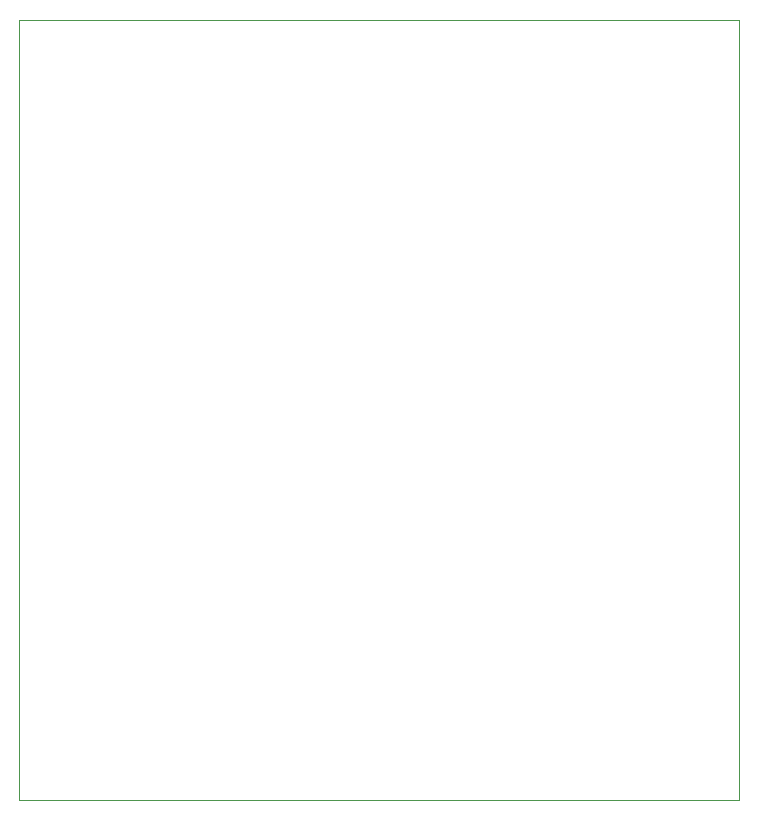
<source format=gm1>
%TF.GenerationSoftware,KiCad,Pcbnew,9.0.3*%
%TF.CreationDate,2025-07-11T07:37:11+02:00*%
%TF.ProjectId,fredo,66726564-6f2e-46b6-9963-61645f706362,rev?*%
%TF.SameCoordinates,Original*%
%TF.FileFunction,Profile,NP*%
%FSLAX46Y46*%
G04 Gerber Fmt 4.6, Leading zero omitted, Abs format (unit mm)*
G04 Created by KiCad (PCBNEW 9.0.3) date 2025-07-11 07:37:11*
%MOMM*%
%LPD*%
G01*
G04 APERTURE LIST*
%TA.AperFunction,Profile*%
%ADD10C,0.100000*%
%TD*%
G04 APERTURE END LIST*
D10*
X0Y0D02*
X61000000Y0D01*
X61000000Y-66000000D01*
X0Y-66000000D01*
X0Y0D01*
M02*

</source>
